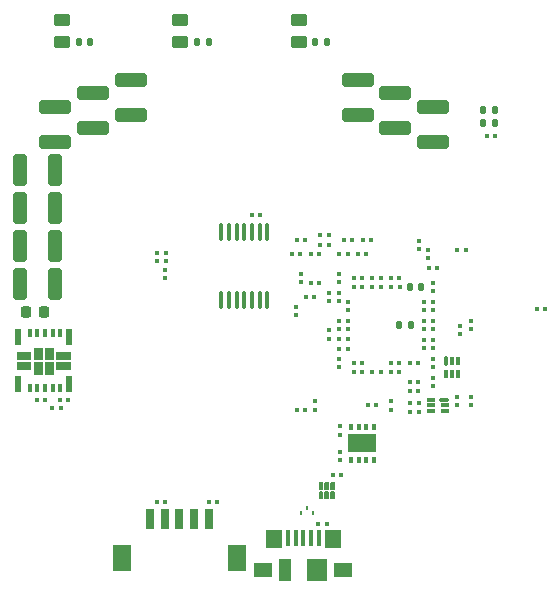
<source format=gbp>
%TF.GenerationSoftware,KiCad,Pcbnew,8.0.2-8.0.2-0~ubuntu22.04.1*%
%TF.CreationDate,2024-05-15T09:26:10+02:00*%
%TF.ProjectId,omodri_sa_laas,6f6d6f64-7269-45f7-9361-5f6c6161732e,1.0*%
%TF.SameCoordinates,Original*%
%TF.FileFunction,Paste,Bot*%
%TF.FilePolarity,Positive*%
%FSLAX46Y46*%
G04 Gerber Fmt 4.6, Leading zero omitted, Abs format (unit mm)*
G04 Created by KiCad (PCBNEW 8.0.2-8.0.2-0~ubuntu22.04.1) date 2024-05-15 09:26:10*
%MOMM*%
%LPD*%
G01*
G04 APERTURE LIST*
G04 Aperture macros list*
%AMRoundRect*
0 Rectangle with rounded corners*
0 $1 Rounding radius*
0 $2 $3 $4 $5 $6 $7 $8 $9 X,Y pos of 4 corners*
0 Add a 4 corners polygon primitive as box body*
4,1,4,$2,$3,$4,$5,$6,$7,$8,$9,$2,$3,0*
0 Add four circle primitives for the rounded corners*
1,1,$1+$1,$2,$3*
1,1,$1+$1,$4,$5*
1,1,$1+$1,$6,$7*
1,1,$1+$1,$8,$9*
0 Add four rect primitives between the rounded corners*
20,1,$1+$1,$2,$3,$4,$5,0*
20,1,$1+$1,$4,$5,$6,$7,0*
20,1,$1+$1,$6,$7,$8,$9,0*
20,1,$1+$1,$8,$9,$2,$3,0*%
G04 Aperture macros list end*
%ADD10C,0.152400*%
%ADD11C,0.120000*%
%ADD12RoundRect,0.250000X-1.100000X0.325000X-1.100000X-0.325000X1.100000X-0.325000X1.100000X0.325000X0*%
%ADD13RoundRect,0.250000X-0.325000X-1.100000X0.325000X-1.100000X0.325000X1.100000X-0.325000X1.100000X0*%
%ADD14RoundRect,0.079500X0.100500X-0.079500X0.100500X0.079500X-0.100500X0.079500X-0.100500X-0.079500X0*%
%ADD15RoundRect,0.079500X0.079500X0.100500X-0.079500X0.100500X-0.079500X-0.100500X0.079500X-0.100500X0*%
%ADD16RoundRect,0.079500X-0.079500X-0.100500X0.079500X-0.100500X0.079500X0.100500X-0.079500X0.100500X0*%
%ADD17RoundRect,0.140000X-0.140000X-0.170000X0.140000X-0.170000X0.140000X0.170000X-0.140000X0.170000X0*%
%ADD18RoundRect,0.079500X-0.100500X0.079500X-0.100500X-0.079500X0.100500X-0.079500X0.100500X0.079500X0*%
%ADD19RoundRect,0.250000X-0.450000X0.262500X-0.450000X-0.262500X0.450000X-0.262500X0.450000X0.262500X0*%
%ADD20RoundRect,0.135000X-0.135000X-0.185000X0.135000X-0.185000X0.135000X0.185000X-0.135000X0.185000X0*%
%ADD21R,0.300000X0.550000*%
%ADD22R,0.300000X0.520000*%
%ADD23RoundRect,0.135000X0.135000X0.185000X-0.135000X0.185000X-0.135000X-0.185000X0.135000X-0.185000X0*%
%ADD24RoundRect,0.070000X-0.355000X0.070000X-0.355000X-0.070000X0.355000X-0.070000X0.355000X0.070000X0*%
%ADD25RoundRect,0.070000X-0.305000X0.070000X-0.305000X-0.070000X0.305000X-0.070000X0.305000X0.070000X0*%
%ADD26RoundRect,0.070000X-0.070000X-0.355000X0.070000X-0.355000X0.070000X0.355000X-0.070000X0.355000X0*%
%ADD27RoundRect,0.070000X-0.070000X-0.305000X0.070000X-0.305000X0.070000X0.305000X-0.070000X0.305000X0*%
%ADD28R,0.450000X1.380000*%
%ADD29R,1.650000X1.300000*%
%ADD30R,1.425000X1.550000*%
%ADD31R,1.800000X1.900000*%
%ADD32R,1.000000X1.900000*%
%ADD33RoundRect,0.062500X-0.062500X-0.137500X0.062500X-0.137500X0.062500X0.137500X-0.062500X0.137500X0*%
%ADD34RoundRect,0.225000X-0.225000X-0.250000X0.225000X-0.250000X0.225000X0.250000X-0.225000X0.250000X0*%
%ADD35R,0.300000X0.600000*%
%ADD36R,2.400000X1.650000*%
%ADD37R,0.500000X1.400000*%
%ADD38R,0.350000X0.700000*%
%ADD39RoundRect,0.140000X0.140000X0.170000X-0.140000X0.170000X-0.140000X-0.170000X0.140000X-0.170000X0*%
%ADD40RoundRect,0.100000X0.100000X-0.637500X0.100000X0.637500X-0.100000X0.637500X-0.100000X-0.637500X0*%
%ADD41R,1.600000X2.200000*%
%ADD42R,0.700000X1.800000*%
G04 APERTURE END LIST*
D10*
%TO.C,U8*%
X156374893Y-138394893D02*
X156374893Y-138865108D01*
X156374893Y-138865108D02*
X156625109Y-138865108D01*
X156374893Y-139134892D02*
X156374893Y-139605107D01*
X156374893Y-139605107D02*
X156625109Y-139605107D01*
X156625109Y-138394893D02*
X156374893Y-138394893D01*
X156625109Y-138865108D02*
X156625109Y-138394893D01*
X156625109Y-139134892D02*
X156374893Y-139134892D01*
X156625109Y-139605107D02*
X156625109Y-139134892D01*
X156874892Y-138394893D02*
X156874892Y-138865108D01*
X156874892Y-138865108D02*
X157125108Y-138865108D01*
X156874892Y-139134892D02*
X156874892Y-139605107D01*
X156874892Y-139605107D02*
X157125108Y-139605107D01*
X157125108Y-138394893D02*
X156874892Y-138394893D01*
X157125108Y-138865108D02*
X157125108Y-138394893D01*
X157125108Y-139134892D02*
X156874892Y-139134892D01*
X157125108Y-139605107D02*
X157125108Y-139134892D01*
X157374891Y-138394893D02*
X157374891Y-138865108D01*
X157374891Y-138865108D02*
X157625107Y-138865108D01*
X157374891Y-139104920D02*
X157374891Y-139605107D01*
X157374891Y-139605107D02*
X157625107Y-139605107D01*
X157625107Y-138394893D02*
X157374891Y-138394893D01*
X157625107Y-138865108D02*
X157625107Y-138394893D01*
X157625107Y-139104920D02*
X157374891Y-139104920D01*
X157625107Y-139605107D02*
X157625107Y-139104920D01*
%TO.C,U11*%
D11*
X131900000Y-127875000D02*
X130750000Y-127875000D01*
X130750000Y-127275000D01*
X131900000Y-127275000D01*
X131900000Y-127875000D01*
G36*
X131900000Y-127875000D02*
G01*
X130750000Y-127875000D01*
X130750000Y-127275000D01*
X131900000Y-127275000D01*
X131900000Y-127875000D01*
G37*
X131900000Y-128725000D02*
X130750000Y-128725000D01*
X130750000Y-128125000D01*
X131900000Y-128125000D01*
X131900000Y-128725000D01*
G36*
X131900000Y-128725000D02*
G01*
X130750000Y-128725000D01*
X130750000Y-128125000D01*
X131900000Y-128125000D01*
X131900000Y-128725000D01*
G37*
X132850000Y-127850000D02*
X132200000Y-127850000D01*
X132200000Y-126900000D01*
X132850000Y-126900000D01*
X132850000Y-127850000D01*
G36*
X132850000Y-127850000D02*
G01*
X132200000Y-127850000D01*
X132200000Y-126900000D01*
X132850000Y-126900000D01*
X132850000Y-127850000D01*
G37*
X132850000Y-129100000D02*
X132200000Y-129100000D01*
X132200000Y-128150000D01*
X132850000Y-128150000D01*
X132850000Y-129100000D01*
G36*
X132850000Y-129100000D02*
G01*
X132200000Y-129100000D01*
X132200000Y-128150000D01*
X132850000Y-128150000D01*
X132850000Y-129100000D01*
G37*
X133800000Y-127850000D02*
X133150000Y-127850000D01*
X133150000Y-126900000D01*
X133800000Y-126900000D01*
X133800000Y-127850000D01*
G36*
X133800000Y-127850000D02*
G01*
X133150000Y-127850000D01*
X133150000Y-126900000D01*
X133800000Y-126900000D01*
X133800000Y-127850000D01*
G37*
X133800000Y-129100000D02*
X133150000Y-129100000D01*
X133150000Y-128150000D01*
X133800000Y-128150000D01*
X133800000Y-129100000D01*
G36*
X133800000Y-129100000D02*
G01*
X133150000Y-129100000D01*
X133150000Y-128150000D01*
X133800000Y-128150000D01*
X133800000Y-129100000D01*
G37*
X135250000Y-127875000D02*
X134100000Y-127875000D01*
X134100000Y-127275000D01*
X135250000Y-127275000D01*
X135250000Y-127875000D01*
G36*
X135250000Y-127875000D02*
G01*
X134100000Y-127875000D01*
X134100000Y-127275000D01*
X135250000Y-127275000D01*
X135250000Y-127875000D01*
G37*
X135250000Y-128725000D02*
X134100000Y-128725000D01*
X134100000Y-128125000D01*
X135250000Y-128125000D01*
X135250000Y-128725000D01*
G36*
X135250000Y-128725000D02*
G01*
X134100000Y-128725000D01*
X134100000Y-128125000D01*
X135250000Y-128125000D01*
X135250000Y-128725000D01*
G37*
%TD*%
D12*
%TO.C,C81*%
X137200000Y-105325000D03*
X137200000Y-108275000D03*
%TD*%
%TO.C,C82*%
X140400000Y-104225000D03*
X140400000Y-107175000D03*
%TD*%
D13*
%TO.C,C76*%
X131025000Y-121500000D03*
X133975000Y-121500000D03*
%TD*%
D14*
%TO.C,C63*%
X158100000Y-135735000D03*
X158100000Y-136425000D03*
%TD*%
D15*
%TO.C,C2*%
X160855000Y-121000000D03*
X161545000Y-121000000D03*
%TD*%
D16*
%TO.C,C60*%
X151315000Y-115700000D03*
X150625000Y-115700000D03*
%TD*%
%TO.C,C66*%
X158165000Y-137700000D03*
X157475000Y-137700000D03*
%TD*%
D17*
%TO.C,C53*%
X146020000Y-101000000D03*
X146980000Y-101000000D03*
%TD*%
D18*
%TO.C,R6*%
X168300000Y-125745000D03*
X168300000Y-125055000D03*
%TD*%
D19*
%TO.C,R16*%
X144600000Y-99175000D03*
X144600000Y-101000000D03*
%TD*%
%TO.C,R24*%
X134580000Y-99175000D03*
X134580000Y-101000000D03*
%TD*%
D20*
%TO.C,R40*%
X170190000Y-106800000D03*
X171210000Y-106800000D03*
%TD*%
D21*
%TO.C,U8*%
X157500000Y-139435000D03*
D22*
X157000000Y-139450000D03*
X156500000Y-139450000D03*
X156500000Y-138550000D03*
X157000000Y-138550000D03*
X157500000Y-138550000D03*
%TD*%
D16*
%TO.C,R44*%
X134455000Y-132000000D03*
X133765000Y-132000000D03*
%TD*%
D17*
%TO.C,C45*%
X156020000Y-101000000D03*
X156980000Y-101000000D03*
%TD*%
D15*
%TO.C,R20*%
X156455000Y-117400000D03*
X157145000Y-117400000D03*
%TD*%
D18*
%TO.C,R21*%
X165600000Y-119345000D03*
X165600000Y-118655000D03*
%TD*%
D15*
%TO.C,C1*%
X142655000Y-119600000D03*
X143345000Y-119600000D03*
%TD*%
D23*
%TO.C,R41*%
X171210000Y-107900000D03*
X170190000Y-107900000D03*
%TD*%
D15*
%TO.C,R37*%
X174755000Y-123595000D03*
X175445000Y-123595000D03*
%TD*%
D16*
%TO.C,C27*%
X159945200Y-129000000D03*
X159255200Y-129000000D03*
%TD*%
D15*
%TO.C,R9*%
X160855000Y-121800000D03*
X161545000Y-121800000D03*
%TD*%
D18*
%TO.C,C10*%
X158799200Y-125345000D03*
X158799200Y-124655000D03*
%TD*%
%TO.C,C6*%
X166000000Y-126945000D03*
X166000000Y-126255000D03*
%TD*%
D15*
%TO.C,C11*%
X162454200Y-128200000D03*
X163144200Y-128200000D03*
%TD*%
D18*
%TO.C,R10*%
X165200000Y-126945000D03*
X165200000Y-126255000D03*
%TD*%
%TO.C,C5*%
X158000000Y-125345000D03*
X158000000Y-124655000D03*
%TD*%
D15*
%TO.C,C9*%
X162454200Y-129000000D03*
X163144200Y-129000000D03*
%TD*%
D14*
%TO.C,C4*%
X165200000Y-123055000D03*
X165200000Y-123745000D03*
%TD*%
D18*
%TO.C,C25*%
X166000000Y-128545000D03*
X166000000Y-127855000D03*
%TD*%
D16*
%TO.C,C29*%
X164745000Y-130600000D03*
X164055000Y-130600000D03*
%TD*%
D14*
%TO.C,C28*%
X166000000Y-129455000D03*
X166000000Y-130145000D03*
%TD*%
%TO.C,C68*%
X164800000Y-131635000D03*
X164800000Y-132325000D03*
%TD*%
D18*
%TO.C,C21*%
X169200000Y-125345000D03*
X169200000Y-124655000D03*
%TD*%
D15*
%TO.C,C31*%
X154455000Y-132200000D03*
X155145000Y-132200000D03*
%TD*%
D18*
%TO.C,C30*%
X169200000Y-131745000D03*
X169200000Y-131055000D03*
%TD*%
D15*
%TO.C,C32*%
X159255000Y-121800000D03*
X159945000Y-121800000D03*
%TD*%
D14*
%TO.C,R32*%
X154400000Y-123455000D03*
X154400000Y-124145000D03*
%TD*%
D15*
%TO.C,R42*%
X134405000Y-131300000D03*
X135095000Y-131300000D03*
%TD*%
D18*
%TO.C,R34*%
X162400000Y-132145000D03*
X162400000Y-131455000D03*
%TD*%
D15*
%TO.C,C67*%
X156275000Y-141800000D03*
X156965000Y-141800000D03*
%TD*%
D18*
%TO.C,C22*%
X166000000Y-125345000D03*
X166000000Y-124655000D03*
%TD*%
%TO.C,R33*%
X157200000Y-126145000D03*
X157200000Y-125455000D03*
%TD*%
D16*
%TO.C,R43*%
X133145000Y-131300000D03*
X132455000Y-131300000D03*
%TD*%
%TO.C,C34*%
X159945200Y-128200000D03*
X159255200Y-128200000D03*
%TD*%
D15*
%TO.C,R35*%
X142585000Y-140000000D03*
X143275000Y-140000000D03*
%TD*%
D18*
%TO.C,C33*%
X165200000Y-125345000D03*
X165200000Y-124655000D03*
%TD*%
D16*
%TO.C,R19*%
X156345000Y-119000000D03*
X155655000Y-119000000D03*
%TD*%
D15*
%TO.C,R31*%
X160455000Y-131800000D03*
X161145000Y-131800000D03*
%TD*%
D14*
%TO.C,R7*%
X168000000Y-131055000D03*
X168000000Y-131745000D03*
%TD*%
D16*
%TO.C,C19*%
X155945000Y-122600000D03*
X155255000Y-122600000D03*
%TD*%
D24*
%TO.C,U9*%
X166925000Y-131300000D03*
D25*
X166975000Y-131800000D03*
X166975000Y-132300000D03*
X165825000Y-132300000D03*
X165825000Y-131800000D03*
X165825000Y-131300000D03*
%TD*%
D26*
%TO.C,U10*%
X167100000Y-128075000D03*
D27*
X167600000Y-128025000D03*
X168100000Y-128025000D03*
X168100000Y-129175000D03*
X167600000Y-129175000D03*
X167100000Y-129175000D03*
%TD*%
D16*
%TO.C,R18*%
X160345000Y-119000000D03*
X159655000Y-119000000D03*
%TD*%
D17*
%TO.C,C55*%
X136020000Y-101000000D03*
X136980000Y-101000000D03*
%TD*%
D15*
%TO.C,R25*%
X165655000Y-120200000D03*
X166345000Y-120200000D03*
%TD*%
D14*
%TO.C,R8*%
X156000000Y-131455000D03*
X156000000Y-132145000D03*
%TD*%
%TO.C,C20*%
X158800000Y-123055000D03*
X158800000Y-123745000D03*
%TD*%
D18*
%TO.C,C42*%
X154800000Y-121345000D03*
X154800000Y-120655000D03*
%TD*%
%TO.C,R38*%
X164000000Y-132325000D03*
X164000000Y-131635000D03*
%TD*%
D16*
%TO.C,C24*%
X158745000Y-127000000D03*
X158055000Y-127000000D03*
%TD*%
D15*
%TO.C,D7*%
X170545000Y-109000000D03*
X171235000Y-109000000D03*
%TD*%
D16*
%TO.C,C23*%
X158745000Y-126200000D03*
X158055000Y-126200000D03*
%TD*%
%TO.C,C35*%
X164745000Y-129800000D03*
X164055000Y-129800000D03*
%TD*%
%TO.C,C26*%
X161545000Y-129000000D03*
X160855000Y-129000000D03*
%TD*%
%TO.C,R36*%
X147665000Y-140000000D03*
X146975000Y-140000000D03*
%TD*%
D18*
%TO.C,R22*%
X164800000Y-118545000D03*
X164800000Y-117855000D03*
%TD*%
%TO.C,R30*%
X158100000Y-134265000D03*
X158100000Y-133575000D03*
%TD*%
D28*
%TO.C,J8*%
X156300000Y-143040000D03*
X155650000Y-143040000D03*
X155000000Y-143040000D03*
X154350000Y-143040000D03*
X153700000Y-143040000D03*
D29*
X158375000Y-145700000D03*
D30*
X157487500Y-143125000D03*
D31*
X156150000Y-145700000D03*
D32*
X153450000Y-145700000D03*
D30*
X152512500Y-143125000D03*
D29*
X151625000Y-145700000D03*
%TD*%
D17*
%TO.C,C36*%
X164020000Y-121800000D03*
X164980000Y-121800000D03*
%TD*%
D12*
%TO.C,C85*%
X166000000Y-106525000D03*
X166000000Y-109475000D03*
%TD*%
D16*
%TO.C,C13*%
X168745000Y-118600000D03*
X168055000Y-118600000D03*
%TD*%
D18*
%TO.C,D1*%
X143320000Y-121025000D03*
X143320000Y-120335000D03*
%TD*%
D15*
%TO.C,C16*%
X159255000Y-121000000D03*
X159945000Y-121000000D03*
%TD*%
D19*
%TO.C,R13*%
X154600000Y-99175000D03*
X154600000Y-101000000D03*
%TD*%
D12*
%TO.C,C83*%
X159600000Y-104225000D03*
X159600000Y-107175000D03*
%TD*%
%TO.C,C84*%
X162800000Y-105325000D03*
X162800000Y-108275000D03*
%TD*%
D14*
%TO.C,C38*%
X158000000Y-120655000D03*
X158000000Y-121345000D03*
%TD*%
D12*
%TO.C,C80*%
X134000000Y-106525000D03*
X134000000Y-109475000D03*
%TD*%
D15*
%TO.C,R1*%
X142655000Y-118900000D03*
X143345000Y-118900000D03*
%TD*%
D18*
%TO.C,C7*%
X158000200Y-128545000D03*
X158000200Y-127855000D03*
%TD*%
D15*
%TO.C,C14*%
X160055000Y-117800000D03*
X160745000Y-117800000D03*
%TD*%
D33*
%TO.C,D3*%
X155300000Y-140500000D03*
X155800000Y-140900000D03*
X154800000Y-140900000D03*
%TD*%
D34*
%TO.C,C89*%
X131525000Y-123900000D03*
X133075000Y-123900000D03*
%TD*%
D15*
%TO.C,C41*%
X154455000Y-117800000D03*
X155145000Y-117800000D03*
%TD*%
%TO.C,C86*%
X155655000Y-121400000D03*
X156345000Y-121400000D03*
%TD*%
D18*
%TO.C,C39*%
X157200000Y-122945000D03*
X157200000Y-122255000D03*
%TD*%
D15*
%TO.C,C18*%
X162455000Y-121800000D03*
X163145000Y-121800000D03*
%TD*%
D14*
%TO.C,C3*%
X166000000Y-123055000D03*
X166000000Y-123745000D03*
%TD*%
D15*
%TO.C,C57*%
X154055000Y-119000000D03*
X154745000Y-119000000D03*
%TD*%
D18*
%TO.C,C37*%
X158000000Y-122945000D03*
X158000000Y-122255000D03*
%TD*%
D15*
%TO.C,C56*%
X158055000Y-119000000D03*
X158745000Y-119000000D03*
%TD*%
D35*
%TO.C,U6*%
X159025000Y-133600000D03*
X159675000Y-133600000D03*
X160325000Y-133600000D03*
X160975000Y-133600000D03*
X160975000Y-136400000D03*
X160325000Y-136400000D03*
X159675000Y-136400000D03*
X159025000Y-136400000D03*
D36*
X160000000Y-135000000D03*
%TD*%
D16*
%TO.C,C88*%
X159145000Y-117800000D03*
X158455000Y-117800000D03*
%TD*%
D37*
%TO.C,U11*%
X130855000Y-126000000D03*
D38*
X131830000Y-125650000D03*
X132480000Y-125650000D03*
X133130000Y-125650000D03*
X133780000Y-125650000D03*
X134430000Y-125650000D03*
D37*
X135155000Y-126000000D03*
X135155000Y-130000000D03*
D38*
X134430000Y-130350000D03*
X133780000Y-130350000D03*
X133130000Y-130350000D03*
X132480000Y-130350000D03*
X131830000Y-130350000D03*
D37*
X130855000Y-130000000D03*
%TD*%
D13*
%TO.C,C78*%
X131025000Y-115100000D03*
X133975000Y-115100000D03*
%TD*%
D39*
%TO.C,C12*%
X164080000Y-125000000D03*
X163120000Y-125000000D03*
%TD*%
D40*
%TO.C,U3*%
X151950000Y-122862500D03*
X151300000Y-122862500D03*
X150650000Y-122862500D03*
X150000000Y-122862500D03*
X149350000Y-122862500D03*
X148700000Y-122862500D03*
X148050000Y-122862500D03*
X148050000Y-117137500D03*
X148700000Y-117137500D03*
X149350000Y-117137500D03*
X150000000Y-117137500D03*
X150650000Y-117137500D03*
X151300000Y-117137500D03*
X151950000Y-117137500D03*
%TD*%
D15*
%TO.C,C8*%
X164055000Y-128200000D03*
X164745000Y-128200000D03*
%TD*%
D13*
%TO.C,C79*%
X131025000Y-111900000D03*
X133975000Y-111900000D03*
%TD*%
D15*
%TO.C,C58*%
X156455000Y-118200000D03*
X157145000Y-118200000D03*
%TD*%
%TO.C,C15*%
X162454800Y-121000000D03*
X163144800Y-121000000D03*
%TD*%
D13*
%TO.C,C77*%
X131025000Y-118300000D03*
X133975000Y-118300000D03*
%TD*%
D14*
%TO.C,C17*%
X166000000Y-121455000D03*
X166000000Y-122145000D03*
%TD*%
D41*
%TO.C,J1*%
X149350000Y-144737500D03*
X139650000Y-144737500D03*
D42*
X147000000Y-141437500D03*
X145750000Y-141437500D03*
X144500000Y-141437500D03*
X143250000Y-141437500D03*
X142000000Y-141437500D03*
%TD*%
M02*

</source>
